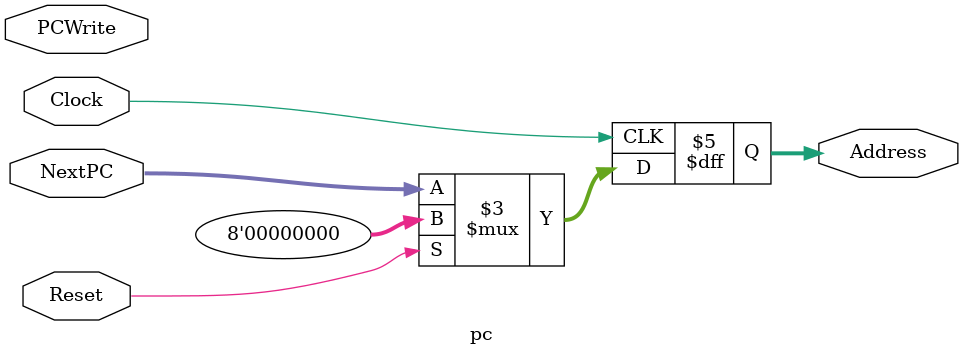
<source format=v>
module pc(Clock, PCWrite, Address, NextPC, Reset);
	input PCWrite, Clock, Reset;
	input [7:0]NextPC;
	
	output reg [7:0]Address;
	
	always @(posedge Clock) begin
			if(Reset)
				Address <= 0; 
			else
				Address <= NextPC;
				
	end
	
endmodule

</source>
